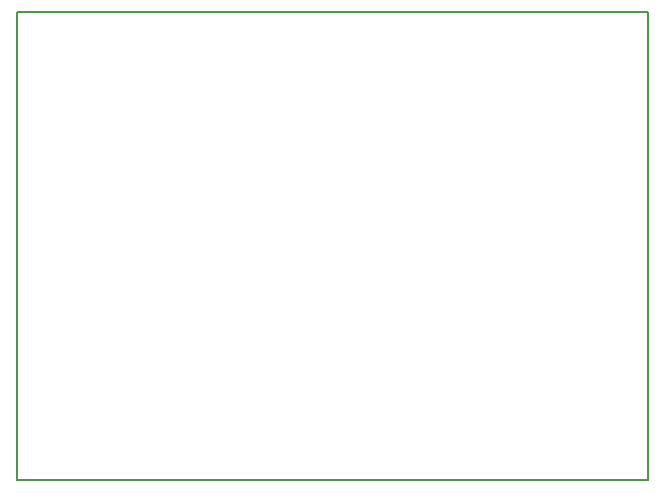
<source format=gm1>
G04 MADE WITH FRITZING*
G04 WWW.FRITZING.ORG*
G04 DOUBLE SIDED*
G04 HOLES PLATED*
G04 CONTOUR ON CENTER OF CONTOUR VECTOR*
%ASAXBY*%
%FSLAX23Y23*%
%MOIN*%
%OFA0B0*%
%SFA1.0B1.0*%
%ADD10R,2.111560X1.567060*%
%ADD11C,0.008000*%
%ADD10C,0.008*%
%LNCONTOUR*%
G90*
G70*
G54D10*
G54D11*
X4Y1563D02*
X2108Y1563D01*
X2108Y4D01*
X4Y4D01*
X4Y1563D01*
D02*
G04 End of contour*
M02*
</source>
